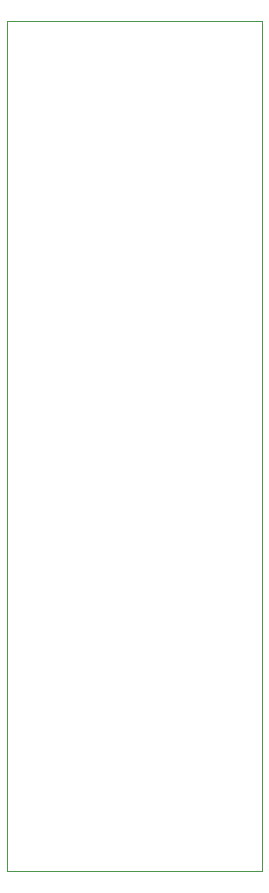
<source format=gbr>
%TF.GenerationSoftware,KiCad,Pcbnew,(6.0.5)*%
%TF.CreationDate,2022-10-13T20:02:32+01:00*%
%TF.ProjectId,OOBB-RASP-PICO-SHIELD-01,4f4f4242-2d52-4415-9350-2d5049434f2d,rev?*%
%TF.SameCoordinates,Original*%
%TF.FileFunction,Profile,NP*%
%FSLAX46Y46*%
G04 Gerber Fmt 4.6, Leading zero omitted, Abs format (unit mm)*
G04 Created by KiCad (PCBNEW (6.0.5)) date 2022-10-13 20:02:32*
%MOMM*%
%LPD*%
G01*
G04 APERTURE LIST*
%TA.AperFunction,Profile*%
%ADD10C,0.100000*%
%TD*%
G04 APERTURE END LIST*
D10*
X152400000Y-131000000D02*
X130810000Y-131000000D01*
X152400000Y-69215000D02*
X152400000Y-131000000D01*
X130810000Y-59055000D02*
X152400000Y-59055000D01*
X130810000Y-131000000D02*
X130810000Y-66675000D01*
X130810000Y-66675000D02*
X130810000Y-59055000D01*
X152400000Y-59055000D02*
X152400000Y-69215000D01*
M02*

</source>
